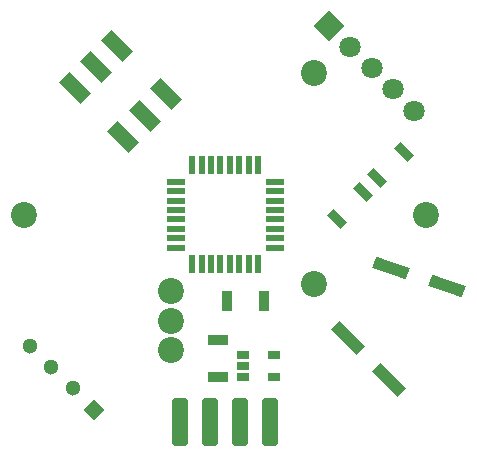
<source format=gts>
%FSLAX33Y33*%
%MOMM*%
%AMRect-W820710-H1670710-RO0.500*
21,1,0.82071,1.67071,0.,0.,270*%
%AMRect-W1500000-H550000-RO1.500*
21,1,1.5,0.55,0.,0.,90*%
%AMRect-W550000-H1500000-RO1.500*
21,1,0.55,1.5,0.,0.,90*%
%AMRect-W1300000-H1300000-RO1.750*
21,1,1.3,1.3,0.,0.,45*%
%AMRect-W820710-H1670710-RO0.750*
21,1,0.82071,1.67071,0.,0.,225*%
%AMRR-H1300000-W4000000-R120000-RO1.500*
21,1,3.76,1.3,0.,0.,90*
21,1,4.,1.06,0.,0.,90*
1,1,0.24,-0.53,-1.88*
1,1,0.24,-0.53,1.88*
1,1,0.24,0.53,1.88*
1,1,0.24,0.53,-1.88*%
%AMRect-W1000000-H3000000-RO1.750*
21,1,1.,3.,0.,0.,45*%
%AMRect-W820710-H1670710-RO1.750*
21,1,0.82071,1.67071,0.,0.,45*%
%AMRect-W1000000-H3000000-RO1.600*
21,1,1.,3.,0.,0.,71*%
%AMRect-W1800000-H1800000-RO1.750*
21,1,1.8,1.8,0.,0.,45*%
%AMRect-W2540000-H1270000-RO0.250*
21,1,2.54,1.27,0.,0.,315*%
%ADD10C,2.2*%
%ADD11Rect-W820710-H1670710-RO0.500*%
%ADD12Rect-W1500000-H550000-RO1.500*%
%ADD13Rect-W550000-H1500000-RO1.500*%
%ADD14C,1.3*%
%ADD15Rect-W1300000-H1300000-RO1.750*%
%ADD16Rect-W820710-H1670710-RO0.750*%
%ADD17R,1.X0.66*%
%ADD18RR-H1300000-W4000000-R120000-RO1.500*%
%ADD19Rect-W1000000-H3000000-RO1.750*%
%ADD20R,0.82071X1.67071*%
%ADD21Rect-W820710-H1670710-RO1.750*%
%ADD22Rect-W1000000-H3000000-RO1.600*%
%ADD23C,1.8*%
%ADD24Rect-W1800000-H1800000-RO1.750*%
%ADD25Rect-W2540000-H1270000-RO0.250*%
D10*
%LNtop solder mask_traces*%
G01*
X-17000Y0D03*
X7525Y-5850D03*
X-4575Y-8971D03*
X17000Y0D03*
X7525Y12000D03*
X-4575Y-11425D03*
X-4575Y-6450D03*
%LNtop solder mask component 70a06d2615890944*%
D11*
X-0610Y-10630D03*
X-0610Y-13780D03*
%LNtop solder mask component 315c781489eea96b*%
D12*
X-2800Y-4200D03*
X-2000Y-4200D03*
X-1200Y-4200D03*
X-0400Y-4200D03*
X0400Y-4200D03*
X1200Y-4200D03*
X2000Y-4200D03*
X2800Y-4200D03*
X2800Y4200D03*
X2000Y4200D03*
X1200Y4200D03*
X0400Y4200D03*
X-0400Y4200D03*
X-1200Y4200D03*
X-2000Y4200D03*
X-2800Y4200D03*
D13*
X4200Y-2800D03*
X4200Y-2000D03*
X4200Y-1200D03*
X4200Y-0400D03*
X4200Y0400D03*
X4200Y1200D03*
X4200Y2000D03*
X4200Y2800D03*
X-4200Y2800D03*
X-4200Y2000D03*
X-4200Y1200D03*
X-4200Y0400D03*
X-4200Y-0400D03*
X-4200Y-1200D03*
X-4200Y-2000D03*
X-4200Y-2800D03*
%LNtop solder mask component 7315b2cb7b9903fe*%
D14*
X-12908Y-14704D03*
X-14704Y-12908D03*
X-16500Y-11112D03*
D15*
X-11112Y-16500D03*
%LNtop solder mask component 525862a972a7dcfc*%
D16*
X15111Y5314D03*
X12884Y3086D03*
%LNtop solder mask component c0c249d9fb733c24*%
D17*
X1548Y-11880D03*
X1548Y-12830D03*
X1548Y-13780D03*
X4178Y-13780D03*
X4178Y-11880D03*
%LNtop solder mask component bc8831d1917e43a4*%
D18*
X3810Y-17522D03*
X1270Y-17522D03*
X-1270Y-17522D03*
X-3810Y-17522D03*
%LNtop solder mask component d76f67c5665ae18d*%
D19*
X10376Y-10432D03*
X13911Y-13968D03*
%LNtop solder mask component 2765b29b619f0f72*%
D20*
X0125Y-7275D03*
X3275Y-7275D03*
%LNtop solder mask component ed86c8aca3bfac96*%
D21*
X9475Y-0322D03*
X11702Y1905D03*
%LNtop solder mask component e0be6c5e092cf7dd*%
D22*
X14022Y-4527D03*
X18778Y-6073D03*
%LNtop solder mask component 9deb23392e05f969*%
D23*
X10604Y14196D03*
X12400Y12400D03*
X14196Y10604D03*
X15992Y8808D03*
D24*
X8808Y15992D03*
%LNtop solder mask component f05bc982b390cfb7*%
D25*
X-9144Y14311D03*
X-10940Y12515D03*
X-12736Y10719D03*
X-8606Y6589D03*
X-6810Y8385D03*
X-5014Y10181D03*
M02*
</source>
